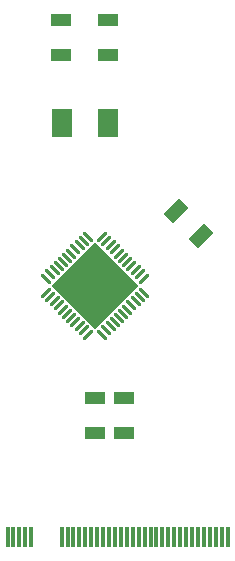
<source format=gtp>
G04*
G04 #@! TF.GenerationSoftware,Altium Limited,Altium Designer,18.1.8 (232)*
G04*
G04 Layer_Color=8421504*
%FSLAX25Y25*%
%MOIN*%
G70*
G01*
G75*
%ADD13R,0.07087X0.04449*%
G04:AMPARAMS|DCode=14|XSize=11.02mil|YSize=43.31mil|CornerRadius=2.76mil|HoleSize=0mil|Usage=FLASHONLY|Rotation=225.000|XOffset=0mil|YOffset=0mil|HoleType=Round|Shape=RoundedRectangle|*
%AMROUNDEDRECTD14*
21,1,0.01102,0.03780,0,0,225.0*
21,1,0.00551,0.04331,0,0,225.0*
1,1,0.00551,-0.01531,0.01141*
1,1,0.00551,-0.01141,0.01531*
1,1,0.00551,0.01531,-0.01141*
1,1,0.00551,0.01141,-0.01531*
%
%ADD14ROUNDEDRECTD14*%
G04:AMPARAMS|DCode=15|XSize=11.02mil|YSize=43.31mil|CornerRadius=2.76mil|HoleSize=0mil|Usage=FLASHONLY|Rotation=135.000|XOffset=0mil|YOffset=0mil|HoleType=Round|Shape=RoundedRectangle|*
%AMROUNDEDRECTD15*
21,1,0.01102,0.03780,0,0,135.0*
21,1,0.00551,0.04331,0,0,135.0*
1,1,0.00551,0.01141,0.01531*
1,1,0.00551,0.01531,0.01141*
1,1,0.00551,-0.01141,-0.01531*
1,1,0.00551,-0.01531,-0.01141*
%
%ADD15ROUNDEDRECTD15*%
%ADD16P,0.28952X4X90.0*%
%ADD17R,0.06693X0.09449*%
%ADD18R,0.01450X0.06890*%
%ADD19R,0.01475X0.06890*%
G04:AMPARAMS|DCode=20|XSize=44.49mil|YSize=70.87mil|CornerRadius=0mil|HoleSize=0mil|Usage=FLASHONLY|Rotation=315.000|XOffset=0mil|YOffset=0mil|HoleType=Round|Shape=Rectangle|*
%AMROTATEDRECTD20*
4,1,4,-0.04078,-0.00933,0.00933,0.04078,0.04078,0.00933,-0.00933,-0.04078,-0.04078,-0.00933,0.0*
%
%ADD20ROTATEDRECTD20*%

D13*
X394407Y183866D02*
D03*
Y172134D02*
D03*
X384935D02*
D03*
Y183866D02*
D03*
X373528Y309866D02*
D03*
Y298134D02*
D03*
X389028Y309866D02*
D03*
Y298134D02*
D03*
D14*
X389963Y207864D02*
D03*
X391355Y209256D02*
D03*
X368528Y223733D02*
D03*
X369919Y225125D02*
D03*
X371311Y226517D02*
D03*
X372703Y227908D02*
D03*
X374095Y229300D02*
D03*
X375487Y230692D02*
D03*
X376879Y232084D02*
D03*
X378271Y233476D02*
D03*
X379663Y234868D02*
D03*
X381055Y236260D02*
D03*
X382447Y237652D02*
D03*
X401099Y219000D02*
D03*
X399707Y217608D02*
D03*
X398315Y216216D02*
D03*
X396923Y214824D02*
D03*
X395531Y213432D02*
D03*
X394139Y212040D02*
D03*
X392747Y210648D02*
D03*
X388571Y206473D02*
D03*
X387179Y205081D02*
D03*
D15*
X382447Y205081D02*
D03*
X381055Y206472D02*
D03*
X379663Y207864D02*
D03*
X378271Y209256D02*
D03*
X376879Y210648D02*
D03*
X375487Y212040D02*
D03*
X374095Y213432D02*
D03*
X372703Y214824D02*
D03*
X371311Y216216D02*
D03*
X369919Y217608D02*
D03*
X368528Y219000D02*
D03*
X387179Y237652D02*
D03*
X388571Y236260D02*
D03*
X389963Y234868D02*
D03*
X391355Y233476D02*
D03*
X392747Y232084D02*
D03*
X394139Y230692D02*
D03*
X395531Y229300D02*
D03*
X396923Y227908D02*
D03*
X398315Y226517D02*
D03*
X399707Y225125D02*
D03*
X401099Y223733D02*
D03*
D16*
X384813Y221366D02*
D03*
D17*
X389094Y275500D02*
D03*
X373661D02*
D03*
D18*
X395407Y137500D02*
D03*
X429013D02*
D03*
X415175D02*
D03*
X427036D02*
D03*
X425059D02*
D03*
X423082D02*
D03*
X421106D02*
D03*
X419129D02*
D03*
X417152D02*
D03*
X413198D02*
D03*
X411222D02*
D03*
X409245D02*
D03*
X407268D02*
D03*
X405291D02*
D03*
X403314D02*
D03*
X401338D02*
D03*
X399361D02*
D03*
X397384D02*
D03*
X393430D02*
D03*
X391454D02*
D03*
X389477D02*
D03*
X387500D02*
D03*
X385523D02*
D03*
X383546D02*
D03*
X381570D02*
D03*
X379593D02*
D03*
X377616D02*
D03*
X375639D02*
D03*
D19*
X373675D02*
D03*
X363604D02*
D03*
X355733D02*
D03*
X361604D02*
D03*
X359605D02*
D03*
X357605D02*
D03*
D20*
X411852Y246148D02*
D03*
X420148Y237852D02*
D03*
M02*

</source>
